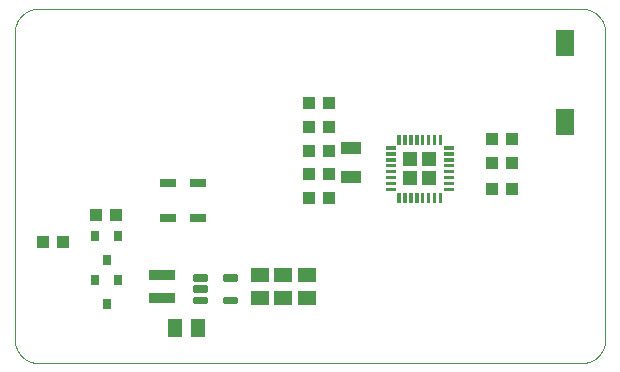
<source format=gtp>
G75*
%MOIN*%
%OFA0B0*%
%FSLAX25Y25*%
%IPPOS*%
%LPD*%
%AMOC8*
5,1,8,0,0,1.08239X$1,22.5*
%
%ADD10C,0.00000*%
%ADD11R,0.04331X0.03937*%
%ADD12R,0.04646X0.04646*%
%ADD13C,0.00266*%
%ADD14R,0.07087X0.03937*%
%ADD15R,0.05906X0.09055*%
%ADD16C,0.01250*%
%ADD17R,0.09055X0.03346*%
%ADD18R,0.05906X0.05118*%
%ADD19R,0.05315X0.03150*%
%ADD20R,0.03100X0.03500*%
%ADD21R,0.05118X0.05906*%
D10*
X0024138Y0017248D02*
X0205240Y0017248D01*
X0205430Y0017250D01*
X0205620Y0017257D01*
X0205810Y0017269D01*
X0206000Y0017285D01*
X0206189Y0017305D01*
X0206378Y0017331D01*
X0206566Y0017360D01*
X0206753Y0017395D01*
X0206939Y0017434D01*
X0207124Y0017477D01*
X0207309Y0017525D01*
X0207492Y0017577D01*
X0207673Y0017633D01*
X0207853Y0017694D01*
X0208032Y0017760D01*
X0208209Y0017829D01*
X0208385Y0017903D01*
X0208558Y0017981D01*
X0208730Y0018064D01*
X0208899Y0018150D01*
X0209067Y0018240D01*
X0209232Y0018335D01*
X0209395Y0018433D01*
X0209555Y0018536D01*
X0209713Y0018642D01*
X0209868Y0018752D01*
X0210021Y0018865D01*
X0210171Y0018983D01*
X0210317Y0019104D01*
X0210461Y0019228D01*
X0210602Y0019356D01*
X0210740Y0019487D01*
X0210875Y0019622D01*
X0211006Y0019760D01*
X0211134Y0019901D01*
X0211258Y0020045D01*
X0211379Y0020191D01*
X0211497Y0020341D01*
X0211610Y0020494D01*
X0211720Y0020649D01*
X0211826Y0020807D01*
X0211929Y0020967D01*
X0212027Y0021130D01*
X0212122Y0021295D01*
X0212212Y0021463D01*
X0212298Y0021632D01*
X0212381Y0021804D01*
X0212459Y0021977D01*
X0212533Y0022153D01*
X0212602Y0022330D01*
X0212668Y0022509D01*
X0212729Y0022689D01*
X0212785Y0022870D01*
X0212837Y0023053D01*
X0212885Y0023238D01*
X0212928Y0023423D01*
X0212967Y0023609D01*
X0213002Y0023796D01*
X0213031Y0023984D01*
X0213057Y0024173D01*
X0213077Y0024362D01*
X0213093Y0024552D01*
X0213105Y0024742D01*
X0213112Y0024932D01*
X0213114Y0025122D01*
X0213114Y0127484D01*
X0213112Y0127674D01*
X0213105Y0127864D01*
X0213093Y0128054D01*
X0213077Y0128244D01*
X0213057Y0128433D01*
X0213031Y0128622D01*
X0213002Y0128810D01*
X0212967Y0128997D01*
X0212928Y0129183D01*
X0212885Y0129368D01*
X0212837Y0129553D01*
X0212785Y0129736D01*
X0212729Y0129917D01*
X0212668Y0130097D01*
X0212602Y0130276D01*
X0212533Y0130453D01*
X0212459Y0130629D01*
X0212381Y0130802D01*
X0212298Y0130974D01*
X0212212Y0131143D01*
X0212122Y0131311D01*
X0212027Y0131476D01*
X0211929Y0131639D01*
X0211826Y0131799D01*
X0211720Y0131957D01*
X0211610Y0132112D01*
X0211497Y0132265D01*
X0211379Y0132415D01*
X0211258Y0132561D01*
X0211134Y0132705D01*
X0211006Y0132846D01*
X0210875Y0132984D01*
X0210740Y0133119D01*
X0210602Y0133250D01*
X0210461Y0133378D01*
X0210317Y0133502D01*
X0210171Y0133623D01*
X0210021Y0133741D01*
X0209868Y0133854D01*
X0209713Y0133964D01*
X0209555Y0134070D01*
X0209395Y0134173D01*
X0209232Y0134271D01*
X0209067Y0134366D01*
X0208899Y0134456D01*
X0208730Y0134542D01*
X0208558Y0134625D01*
X0208385Y0134703D01*
X0208209Y0134777D01*
X0208032Y0134846D01*
X0207853Y0134912D01*
X0207673Y0134973D01*
X0207492Y0135029D01*
X0207309Y0135081D01*
X0207124Y0135129D01*
X0206939Y0135172D01*
X0206753Y0135211D01*
X0206566Y0135246D01*
X0206378Y0135275D01*
X0206189Y0135301D01*
X0206000Y0135321D01*
X0205810Y0135337D01*
X0205620Y0135349D01*
X0205430Y0135356D01*
X0205240Y0135358D01*
X0024138Y0135358D01*
X0023948Y0135356D01*
X0023758Y0135349D01*
X0023568Y0135337D01*
X0023378Y0135321D01*
X0023189Y0135301D01*
X0023000Y0135275D01*
X0022812Y0135246D01*
X0022625Y0135211D01*
X0022439Y0135172D01*
X0022254Y0135129D01*
X0022069Y0135081D01*
X0021886Y0135029D01*
X0021705Y0134973D01*
X0021525Y0134912D01*
X0021346Y0134846D01*
X0021169Y0134777D01*
X0020993Y0134703D01*
X0020820Y0134625D01*
X0020648Y0134542D01*
X0020479Y0134456D01*
X0020311Y0134366D01*
X0020146Y0134271D01*
X0019983Y0134173D01*
X0019823Y0134070D01*
X0019665Y0133964D01*
X0019510Y0133854D01*
X0019357Y0133741D01*
X0019207Y0133623D01*
X0019061Y0133502D01*
X0018917Y0133378D01*
X0018776Y0133250D01*
X0018638Y0133119D01*
X0018503Y0132984D01*
X0018372Y0132846D01*
X0018244Y0132705D01*
X0018120Y0132561D01*
X0017999Y0132415D01*
X0017881Y0132265D01*
X0017768Y0132112D01*
X0017658Y0131957D01*
X0017552Y0131799D01*
X0017449Y0131639D01*
X0017351Y0131476D01*
X0017256Y0131311D01*
X0017166Y0131143D01*
X0017080Y0130974D01*
X0016997Y0130802D01*
X0016919Y0130629D01*
X0016845Y0130453D01*
X0016776Y0130276D01*
X0016710Y0130097D01*
X0016649Y0129917D01*
X0016593Y0129736D01*
X0016541Y0129553D01*
X0016493Y0129368D01*
X0016450Y0129183D01*
X0016411Y0128997D01*
X0016376Y0128810D01*
X0016347Y0128622D01*
X0016321Y0128433D01*
X0016301Y0128244D01*
X0016285Y0128054D01*
X0016273Y0127864D01*
X0016266Y0127674D01*
X0016264Y0127484D01*
X0016264Y0025122D01*
X0016266Y0024932D01*
X0016273Y0024742D01*
X0016285Y0024552D01*
X0016301Y0024362D01*
X0016321Y0024173D01*
X0016347Y0023984D01*
X0016376Y0023796D01*
X0016411Y0023609D01*
X0016450Y0023423D01*
X0016493Y0023238D01*
X0016541Y0023053D01*
X0016593Y0022870D01*
X0016649Y0022689D01*
X0016710Y0022509D01*
X0016776Y0022330D01*
X0016845Y0022153D01*
X0016919Y0021977D01*
X0016997Y0021804D01*
X0017080Y0021632D01*
X0017166Y0021463D01*
X0017256Y0021295D01*
X0017351Y0021130D01*
X0017449Y0020967D01*
X0017552Y0020807D01*
X0017658Y0020649D01*
X0017768Y0020494D01*
X0017881Y0020341D01*
X0017999Y0020191D01*
X0018120Y0020045D01*
X0018244Y0019901D01*
X0018372Y0019760D01*
X0018503Y0019622D01*
X0018638Y0019487D01*
X0018776Y0019356D01*
X0018917Y0019228D01*
X0019061Y0019104D01*
X0019207Y0018983D01*
X0019357Y0018865D01*
X0019510Y0018752D01*
X0019665Y0018642D01*
X0019823Y0018536D01*
X0019983Y0018433D01*
X0020146Y0018335D01*
X0020311Y0018240D01*
X0020479Y0018150D01*
X0020648Y0018064D01*
X0020820Y0017981D01*
X0020993Y0017903D01*
X0021169Y0017829D01*
X0021346Y0017760D01*
X0021525Y0017694D01*
X0021705Y0017633D01*
X0021886Y0017577D01*
X0022069Y0017525D01*
X0022254Y0017477D01*
X0022439Y0017434D01*
X0022625Y0017395D01*
X0022812Y0017360D01*
X0023000Y0017331D01*
X0023189Y0017305D01*
X0023378Y0017285D01*
X0023568Y0017269D01*
X0023758Y0017257D01*
X0023948Y0017250D01*
X0024138Y0017248D01*
D11*
X0025713Y0057602D03*
X0032406Y0057602D03*
X0043429Y0066461D03*
X0050122Y0066461D03*
X0114295Y0072366D03*
X0120988Y0072366D03*
X0120988Y0080240D03*
X0114295Y0080240D03*
X0114295Y0088114D03*
X0120988Y0088114D03*
X0120988Y0095988D03*
X0114295Y0095988D03*
X0114295Y0103862D03*
X0120988Y0103862D03*
X0175319Y0092051D03*
X0182012Y0092051D03*
X0182051Y0084059D03*
X0175358Y0084059D03*
X0175319Y0075319D03*
X0182012Y0075319D03*
D12*
X0154256Y0079059D03*
X0147957Y0079059D03*
X0147957Y0085358D03*
X0154256Y0085358D03*
D13*
X0159291Y0084763D02*
X0162213Y0084763D01*
X0159291Y0084763D02*
X0159291Y0085559D01*
X0162213Y0085559D01*
X0162213Y0084763D01*
X0162213Y0085016D02*
X0159291Y0085016D01*
X0159291Y0085269D02*
X0162213Y0085269D01*
X0162213Y0085522D02*
X0159291Y0085522D01*
X0159291Y0086732D02*
X0162213Y0086732D01*
X0159291Y0086732D02*
X0159291Y0087528D01*
X0162213Y0087528D01*
X0162213Y0086732D01*
X0162213Y0086985D02*
X0159291Y0086985D01*
X0159291Y0087238D02*
X0162213Y0087238D01*
X0162213Y0087491D02*
X0159291Y0087491D01*
X0159291Y0088700D02*
X0162213Y0088700D01*
X0159291Y0088700D02*
X0159291Y0089496D01*
X0162213Y0089496D01*
X0162213Y0088700D01*
X0162213Y0088953D02*
X0159291Y0088953D01*
X0159291Y0089206D02*
X0162213Y0089206D01*
X0162213Y0089459D02*
X0159291Y0089459D01*
X0158394Y0090393D02*
X0157598Y0090393D01*
X0157598Y0093315D01*
X0158394Y0093315D01*
X0158394Y0090393D01*
X0158394Y0090646D02*
X0157598Y0090646D01*
X0157598Y0090899D02*
X0158394Y0090899D01*
X0158394Y0091152D02*
X0157598Y0091152D01*
X0157598Y0091405D02*
X0158394Y0091405D01*
X0158394Y0091658D02*
X0157598Y0091658D01*
X0157598Y0091911D02*
X0158394Y0091911D01*
X0158394Y0092164D02*
X0157598Y0092164D01*
X0157598Y0092417D02*
X0158394Y0092417D01*
X0158394Y0092670D02*
X0157598Y0092670D01*
X0157598Y0092923D02*
X0158394Y0092923D01*
X0158394Y0093176D02*
X0157598Y0093176D01*
X0156426Y0090393D02*
X0155630Y0090393D01*
X0155630Y0093315D01*
X0156426Y0093315D01*
X0156426Y0090393D01*
X0156426Y0090646D02*
X0155630Y0090646D01*
X0155630Y0090899D02*
X0156426Y0090899D01*
X0156426Y0091152D02*
X0155630Y0091152D01*
X0155630Y0091405D02*
X0156426Y0091405D01*
X0156426Y0091658D02*
X0155630Y0091658D01*
X0155630Y0091911D02*
X0156426Y0091911D01*
X0156426Y0092164D02*
X0155630Y0092164D01*
X0155630Y0092417D02*
X0156426Y0092417D01*
X0156426Y0092670D02*
X0155630Y0092670D01*
X0155630Y0092923D02*
X0156426Y0092923D01*
X0156426Y0093176D02*
X0155630Y0093176D01*
X0154457Y0090393D02*
X0153661Y0090393D01*
X0153661Y0093315D01*
X0154457Y0093315D01*
X0154457Y0090393D01*
X0154457Y0090646D02*
X0153661Y0090646D01*
X0153661Y0090899D02*
X0154457Y0090899D01*
X0154457Y0091152D02*
X0153661Y0091152D01*
X0153661Y0091405D02*
X0154457Y0091405D01*
X0154457Y0091658D02*
X0153661Y0091658D01*
X0153661Y0091911D02*
X0154457Y0091911D01*
X0154457Y0092164D02*
X0153661Y0092164D01*
X0153661Y0092417D02*
X0154457Y0092417D01*
X0154457Y0092670D02*
X0153661Y0092670D01*
X0153661Y0092923D02*
X0154457Y0092923D01*
X0154457Y0093176D02*
X0153661Y0093176D01*
X0152489Y0090393D02*
X0151693Y0090393D01*
X0151693Y0093315D01*
X0152489Y0093315D01*
X0152489Y0090393D01*
X0152489Y0090646D02*
X0151693Y0090646D01*
X0151693Y0090899D02*
X0152489Y0090899D01*
X0152489Y0091152D02*
X0151693Y0091152D01*
X0151693Y0091405D02*
X0152489Y0091405D01*
X0152489Y0091658D02*
X0151693Y0091658D01*
X0151693Y0091911D02*
X0152489Y0091911D01*
X0152489Y0092164D02*
X0151693Y0092164D01*
X0151693Y0092417D02*
X0152489Y0092417D01*
X0152489Y0092670D02*
X0151693Y0092670D01*
X0151693Y0092923D02*
X0152489Y0092923D01*
X0152489Y0093176D02*
X0151693Y0093176D01*
X0150520Y0090393D02*
X0149724Y0090393D01*
X0149724Y0093315D01*
X0150520Y0093315D01*
X0150520Y0090393D01*
X0150520Y0090646D02*
X0149724Y0090646D01*
X0149724Y0090899D02*
X0150520Y0090899D01*
X0150520Y0091152D02*
X0149724Y0091152D01*
X0149724Y0091405D02*
X0150520Y0091405D01*
X0150520Y0091658D02*
X0149724Y0091658D01*
X0149724Y0091911D02*
X0150520Y0091911D01*
X0150520Y0092164D02*
X0149724Y0092164D01*
X0149724Y0092417D02*
X0150520Y0092417D01*
X0150520Y0092670D02*
X0149724Y0092670D01*
X0149724Y0092923D02*
X0150520Y0092923D01*
X0150520Y0093176D02*
X0149724Y0093176D01*
X0148552Y0090393D02*
X0147756Y0090393D01*
X0147756Y0093315D01*
X0148552Y0093315D01*
X0148552Y0090393D01*
X0148552Y0090646D02*
X0147756Y0090646D01*
X0147756Y0090899D02*
X0148552Y0090899D01*
X0148552Y0091152D02*
X0147756Y0091152D01*
X0147756Y0091405D02*
X0148552Y0091405D01*
X0148552Y0091658D02*
X0147756Y0091658D01*
X0147756Y0091911D02*
X0148552Y0091911D01*
X0148552Y0092164D02*
X0147756Y0092164D01*
X0147756Y0092417D02*
X0148552Y0092417D01*
X0148552Y0092670D02*
X0147756Y0092670D01*
X0147756Y0092923D02*
X0148552Y0092923D01*
X0148552Y0093176D02*
X0147756Y0093176D01*
X0146583Y0090393D02*
X0145787Y0090393D01*
X0145787Y0093315D01*
X0146583Y0093315D01*
X0146583Y0090393D01*
X0146583Y0090646D02*
X0145787Y0090646D01*
X0145787Y0090899D02*
X0146583Y0090899D01*
X0146583Y0091152D02*
X0145787Y0091152D01*
X0145787Y0091405D02*
X0146583Y0091405D01*
X0146583Y0091658D02*
X0145787Y0091658D01*
X0145787Y0091911D02*
X0146583Y0091911D01*
X0146583Y0092164D02*
X0145787Y0092164D01*
X0145787Y0092417D02*
X0146583Y0092417D01*
X0146583Y0092670D02*
X0145787Y0092670D01*
X0145787Y0092923D02*
X0146583Y0092923D01*
X0146583Y0093176D02*
X0145787Y0093176D01*
X0144615Y0090393D02*
X0143819Y0090393D01*
X0143819Y0093315D01*
X0144615Y0093315D01*
X0144615Y0090393D01*
X0144615Y0090646D02*
X0143819Y0090646D01*
X0143819Y0090899D02*
X0144615Y0090899D01*
X0144615Y0091152D02*
X0143819Y0091152D01*
X0143819Y0091405D02*
X0144615Y0091405D01*
X0144615Y0091658D02*
X0143819Y0091658D01*
X0143819Y0091911D02*
X0144615Y0091911D01*
X0144615Y0092164D02*
X0143819Y0092164D01*
X0143819Y0092417D02*
X0144615Y0092417D01*
X0144615Y0092670D02*
X0143819Y0092670D01*
X0143819Y0092923D02*
X0144615Y0092923D01*
X0144615Y0093176D02*
X0143819Y0093176D01*
X0142922Y0088700D02*
X0140000Y0088700D01*
X0140000Y0089496D01*
X0142922Y0089496D01*
X0142922Y0088700D01*
X0142922Y0088953D02*
X0140000Y0088953D01*
X0140000Y0089206D02*
X0142922Y0089206D01*
X0142922Y0089459D02*
X0140000Y0089459D01*
X0140000Y0086732D02*
X0142922Y0086732D01*
X0140000Y0086732D02*
X0140000Y0087528D01*
X0142922Y0087528D01*
X0142922Y0086732D01*
X0142922Y0086985D02*
X0140000Y0086985D01*
X0140000Y0087238D02*
X0142922Y0087238D01*
X0142922Y0087491D02*
X0140000Y0087491D01*
X0140000Y0084763D02*
X0142922Y0084763D01*
X0140000Y0084763D02*
X0140000Y0085559D01*
X0142922Y0085559D01*
X0142922Y0084763D01*
X0142922Y0085016D02*
X0140000Y0085016D01*
X0140000Y0085269D02*
X0142922Y0085269D01*
X0142922Y0085522D02*
X0140000Y0085522D01*
X0140000Y0082795D02*
X0142922Y0082795D01*
X0140000Y0082795D02*
X0140000Y0083591D01*
X0142922Y0083591D01*
X0142922Y0082795D01*
X0142922Y0083048D02*
X0140000Y0083048D01*
X0140000Y0083301D02*
X0142922Y0083301D01*
X0142922Y0083554D02*
X0140000Y0083554D01*
X0140000Y0080826D02*
X0142922Y0080826D01*
X0140000Y0080826D02*
X0140000Y0081622D01*
X0142922Y0081622D01*
X0142922Y0080826D01*
X0142922Y0081079D02*
X0140000Y0081079D01*
X0140000Y0081332D02*
X0142922Y0081332D01*
X0142922Y0081585D02*
X0140000Y0081585D01*
X0140000Y0078858D02*
X0142922Y0078858D01*
X0140000Y0078858D02*
X0140000Y0079654D01*
X0142922Y0079654D01*
X0142922Y0078858D01*
X0142922Y0079111D02*
X0140000Y0079111D01*
X0140000Y0079364D02*
X0142922Y0079364D01*
X0142922Y0079617D02*
X0140000Y0079617D01*
X0140000Y0076889D02*
X0142922Y0076889D01*
X0140000Y0076889D02*
X0140000Y0077685D01*
X0142922Y0077685D01*
X0142922Y0076889D01*
X0142922Y0077142D02*
X0140000Y0077142D01*
X0140000Y0077395D02*
X0142922Y0077395D01*
X0142922Y0077648D02*
X0140000Y0077648D01*
X0140000Y0074921D02*
X0142922Y0074921D01*
X0140000Y0074921D02*
X0140000Y0075717D01*
X0142922Y0075717D01*
X0142922Y0074921D01*
X0142922Y0075174D02*
X0140000Y0075174D01*
X0140000Y0075427D02*
X0142922Y0075427D01*
X0142922Y0075680D02*
X0140000Y0075680D01*
X0143819Y0071102D02*
X0144615Y0071102D01*
X0143819Y0071102D02*
X0143819Y0074024D01*
X0144615Y0074024D01*
X0144615Y0071102D01*
X0144615Y0071355D02*
X0143819Y0071355D01*
X0143819Y0071608D02*
X0144615Y0071608D01*
X0144615Y0071861D02*
X0143819Y0071861D01*
X0143819Y0072114D02*
X0144615Y0072114D01*
X0144615Y0072367D02*
X0143819Y0072367D01*
X0143819Y0072620D02*
X0144615Y0072620D01*
X0144615Y0072873D02*
X0143819Y0072873D01*
X0143819Y0073126D02*
X0144615Y0073126D01*
X0144615Y0073379D02*
X0143819Y0073379D01*
X0143819Y0073632D02*
X0144615Y0073632D01*
X0144615Y0073885D02*
X0143819Y0073885D01*
X0145787Y0071102D02*
X0146583Y0071102D01*
X0145787Y0071102D02*
X0145787Y0074024D01*
X0146583Y0074024D01*
X0146583Y0071102D01*
X0146583Y0071355D02*
X0145787Y0071355D01*
X0145787Y0071608D02*
X0146583Y0071608D01*
X0146583Y0071861D02*
X0145787Y0071861D01*
X0145787Y0072114D02*
X0146583Y0072114D01*
X0146583Y0072367D02*
X0145787Y0072367D01*
X0145787Y0072620D02*
X0146583Y0072620D01*
X0146583Y0072873D02*
X0145787Y0072873D01*
X0145787Y0073126D02*
X0146583Y0073126D01*
X0146583Y0073379D02*
X0145787Y0073379D01*
X0145787Y0073632D02*
X0146583Y0073632D01*
X0146583Y0073885D02*
X0145787Y0073885D01*
X0147756Y0071102D02*
X0148552Y0071102D01*
X0147756Y0071102D02*
X0147756Y0074024D01*
X0148552Y0074024D01*
X0148552Y0071102D01*
X0148552Y0071355D02*
X0147756Y0071355D01*
X0147756Y0071608D02*
X0148552Y0071608D01*
X0148552Y0071861D02*
X0147756Y0071861D01*
X0147756Y0072114D02*
X0148552Y0072114D01*
X0148552Y0072367D02*
X0147756Y0072367D01*
X0147756Y0072620D02*
X0148552Y0072620D01*
X0148552Y0072873D02*
X0147756Y0072873D01*
X0147756Y0073126D02*
X0148552Y0073126D01*
X0148552Y0073379D02*
X0147756Y0073379D01*
X0147756Y0073632D02*
X0148552Y0073632D01*
X0148552Y0073885D02*
X0147756Y0073885D01*
X0149724Y0071102D02*
X0150520Y0071102D01*
X0149724Y0071102D02*
X0149724Y0074024D01*
X0150520Y0074024D01*
X0150520Y0071102D01*
X0150520Y0071355D02*
X0149724Y0071355D01*
X0149724Y0071608D02*
X0150520Y0071608D01*
X0150520Y0071861D02*
X0149724Y0071861D01*
X0149724Y0072114D02*
X0150520Y0072114D01*
X0150520Y0072367D02*
X0149724Y0072367D01*
X0149724Y0072620D02*
X0150520Y0072620D01*
X0150520Y0072873D02*
X0149724Y0072873D01*
X0149724Y0073126D02*
X0150520Y0073126D01*
X0150520Y0073379D02*
X0149724Y0073379D01*
X0149724Y0073632D02*
X0150520Y0073632D01*
X0150520Y0073885D02*
X0149724Y0073885D01*
X0151693Y0071102D02*
X0152489Y0071102D01*
X0151693Y0071102D02*
X0151693Y0074024D01*
X0152489Y0074024D01*
X0152489Y0071102D01*
X0152489Y0071355D02*
X0151693Y0071355D01*
X0151693Y0071608D02*
X0152489Y0071608D01*
X0152489Y0071861D02*
X0151693Y0071861D01*
X0151693Y0072114D02*
X0152489Y0072114D01*
X0152489Y0072367D02*
X0151693Y0072367D01*
X0151693Y0072620D02*
X0152489Y0072620D01*
X0152489Y0072873D02*
X0151693Y0072873D01*
X0151693Y0073126D02*
X0152489Y0073126D01*
X0152489Y0073379D02*
X0151693Y0073379D01*
X0151693Y0073632D02*
X0152489Y0073632D01*
X0152489Y0073885D02*
X0151693Y0073885D01*
X0153661Y0071102D02*
X0154457Y0071102D01*
X0153661Y0071102D02*
X0153661Y0074024D01*
X0154457Y0074024D01*
X0154457Y0071102D01*
X0154457Y0071355D02*
X0153661Y0071355D01*
X0153661Y0071608D02*
X0154457Y0071608D01*
X0154457Y0071861D02*
X0153661Y0071861D01*
X0153661Y0072114D02*
X0154457Y0072114D01*
X0154457Y0072367D02*
X0153661Y0072367D01*
X0153661Y0072620D02*
X0154457Y0072620D01*
X0154457Y0072873D02*
X0153661Y0072873D01*
X0153661Y0073126D02*
X0154457Y0073126D01*
X0154457Y0073379D02*
X0153661Y0073379D01*
X0153661Y0073632D02*
X0154457Y0073632D01*
X0154457Y0073885D02*
X0153661Y0073885D01*
X0155630Y0071102D02*
X0156426Y0071102D01*
X0155630Y0071102D02*
X0155630Y0074024D01*
X0156426Y0074024D01*
X0156426Y0071102D01*
X0156426Y0071355D02*
X0155630Y0071355D01*
X0155630Y0071608D02*
X0156426Y0071608D01*
X0156426Y0071861D02*
X0155630Y0071861D01*
X0155630Y0072114D02*
X0156426Y0072114D01*
X0156426Y0072367D02*
X0155630Y0072367D01*
X0155630Y0072620D02*
X0156426Y0072620D01*
X0156426Y0072873D02*
X0155630Y0072873D01*
X0155630Y0073126D02*
X0156426Y0073126D01*
X0156426Y0073379D02*
X0155630Y0073379D01*
X0155630Y0073632D02*
X0156426Y0073632D01*
X0156426Y0073885D02*
X0155630Y0073885D01*
X0157598Y0071102D02*
X0158394Y0071102D01*
X0157598Y0071102D02*
X0157598Y0074024D01*
X0158394Y0074024D01*
X0158394Y0071102D01*
X0158394Y0071355D02*
X0157598Y0071355D01*
X0157598Y0071608D02*
X0158394Y0071608D01*
X0158394Y0071861D02*
X0157598Y0071861D01*
X0157598Y0072114D02*
X0158394Y0072114D01*
X0158394Y0072367D02*
X0157598Y0072367D01*
X0157598Y0072620D02*
X0158394Y0072620D01*
X0158394Y0072873D02*
X0157598Y0072873D01*
X0157598Y0073126D02*
X0158394Y0073126D01*
X0158394Y0073379D02*
X0157598Y0073379D01*
X0157598Y0073632D02*
X0158394Y0073632D01*
X0158394Y0073885D02*
X0157598Y0073885D01*
X0159291Y0074921D02*
X0162213Y0074921D01*
X0159291Y0074921D02*
X0159291Y0075717D01*
X0162213Y0075717D01*
X0162213Y0074921D01*
X0162213Y0075174D02*
X0159291Y0075174D01*
X0159291Y0075427D02*
X0162213Y0075427D01*
X0162213Y0075680D02*
X0159291Y0075680D01*
X0159291Y0076889D02*
X0162213Y0076889D01*
X0159291Y0076889D02*
X0159291Y0077685D01*
X0162213Y0077685D01*
X0162213Y0076889D01*
X0162213Y0077142D02*
X0159291Y0077142D01*
X0159291Y0077395D02*
X0162213Y0077395D01*
X0162213Y0077648D02*
X0159291Y0077648D01*
X0159291Y0078858D02*
X0162213Y0078858D01*
X0159291Y0078858D02*
X0159291Y0079654D01*
X0162213Y0079654D01*
X0162213Y0078858D01*
X0162213Y0079111D02*
X0159291Y0079111D01*
X0159291Y0079364D02*
X0162213Y0079364D01*
X0162213Y0079617D02*
X0159291Y0079617D01*
X0159291Y0080826D02*
X0162213Y0080826D01*
X0159291Y0080826D02*
X0159291Y0081622D01*
X0162213Y0081622D01*
X0162213Y0080826D01*
X0162213Y0081079D02*
X0159291Y0081079D01*
X0159291Y0081332D02*
X0162213Y0081332D01*
X0162213Y0081585D02*
X0159291Y0081585D01*
X0159291Y0082795D02*
X0162213Y0082795D01*
X0159291Y0082795D02*
X0159291Y0083591D01*
X0162213Y0083591D01*
X0162213Y0082795D01*
X0162213Y0083048D02*
X0159291Y0083048D01*
X0159291Y0083301D02*
X0162213Y0083301D01*
X0162213Y0083554D02*
X0159291Y0083554D01*
D14*
X0128469Y0079256D03*
X0128469Y0089098D03*
D15*
X0199650Y0097563D03*
X0199650Y0123941D03*
D16*
X0090009Y0046219D02*
X0086259Y0046219D01*
X0090009Y0046219D02*
X0090009Y0044969D01*
X0086259Y0044969D01*
X0086259Y0046219D01*
X0086259Y0046156D02*
X0090009Y0046156D01*
X0090009Y0038739D02*
X0086259Y0038739D01*
X0090009Y0038739D02*
X0090009Y0037489D01*
X0086259Y0037489D01*
X0086259Y0038739D01*
X0086259Y0038676D02*
X0090009Y0038676D01*
X0080127Y0037489D02*
X0076377Y0037489D01*
X0076377Y0038739D01*
X0080127Y0038739D01*
X0080127Y0037489D01*
X0080127Y0038676D02*
X0076377Y0038676D01*
X0076377Y0041229D02*
X0080127Y0041229D01*
X0076377Y0041229D02*
X0076377Y0042479D01*
X0080127Y0042479D01*
X0080127Y0041229D01*
X0080127Y0042416D02*
X0076377Y0042416D01*
X0076377Y0044969D02*
X0080127Y0044969D01*
X0076377Y0044969D02*
X0076377Y0046219D01*
X0080127Y0046219D01*
X0080127Y0044969D01*
X0080127Y0046156D02*
X0076377Y0046156D01*
D17*
X0065476Y0046717D03*
X0065476Y0039039D03*
D18*
X0097957Y0039098D03*
X0105831Y0039098D03*
X0113705Y0039098D03*
X0113705Y0046579D03*
X0105831Y0046579D03*
X0097957Y0046579D03*
D19*
X0077366Y0065476D03*
X0067366Y0065476D03*
X0067366Y0077287D03*
X0077366Y0077287D03*
D20*
X0050676Y0059634D03*
X0043076Y0059634D03*
X0046876Y0051634D03*
X0050676Y0044870D03*
X0043076Y0044870D03*
X0046876Y0036870D03*
D21*
X0069728Y0028980D03*
X0077209Y0028980D03*
M02*

</source>
